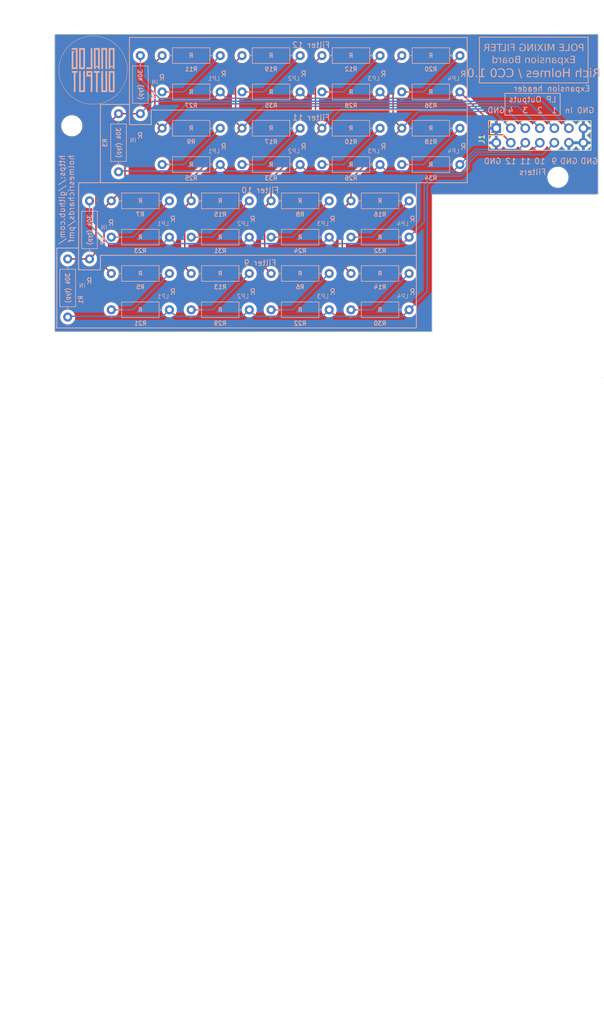
<source format=kicad_pcb>
(kicad_pcb (version 20221018) (generator pcbnew)
  (layers (0 "F.Cu" signal) (31 "B.Cu" signal) (34 "B.Paste" user) (35 "F.Paste" user) (36 "B.SilkS" user "B.Silkscreen") (37 "F.SilkS" user "F.Silkscreen") (38 "B.Mask" user) (39 "F.Mask" user) (44 "Edge.Cuts" user))
  (net 0 "")
  (net 1 "GND")
  (net 2 "LP1")
  (net 3 "LP2")
  (net 4 "LP3")
  (net 5 "LP4")
  (net 6 "INPUT")
  (net 7 "Net-(R21-Pad1)")
  (net 8 "Net-(R22-Pad1)")
  (net 9 "Net-(R23-Pad1)")
  (net 10 "Net-(R24-Pad1)")
  (net 11 "LINK1")
  (net 12 "LINK2")
  (net 13 "LINK3")
  (net 14 "LINK4")
  (net 15 "Net-(R25-Pad1)")
  (net 16 "Net-(R10-Pad2)")
  (net 17 "Net-(R11-Pad2)")
  (net 18 "Net-(R12-Pad2)")
  (net 19 "Net-(R13-Pad2)")
  (net 20 "Net-(R14-Pad2)")
  (net 21 "Net-(R15-Pad2)")
  (net 22 "Net-(R16-Pad2)")
  (net 23 "Net-(R17-Pad2)")
  (net 24 "Net-(R18-Pad2)")
  (net 25 "Net-(R19-Pad2)")
  (net 26 "Net-(R20-Pad2)")
  (footprint "Connector_PinSocket_2.54mm:PinSocket_2x07_P2.54mm_Vertical" (layer "F.Cu") (at 129.21 31.42 90)
    (fp_text reference "J1" (at -1.905 -2.54 90) (layer "F.SilkS"))
    (fp_text value "Conn_02x07_Odd_Even")
    (pad "1" thru_hole rect (at 0 0 90) (size 1.7 1.7) (drill 1) (layers "*.Cu" "*.Mask") (net 1 "GND"))
    (pad "2" thru_hole oval (at -2.54 0 90) (size 1.7 1.7) (drill 1) (layers "*.Cu" "*.Mask") (net 1 "GND"))
    (pad "3" thru_hole oval (at 0 2.54 90) (size 1.7 1.7) (drill 1) (layers "*.Cu" "*.Mask") (net 5 "LP4"))
    (pad "4" thru_hole oval (at -2.54 2.54 90) (size 1.7 1.7) (drill 1) (layers "*.Cu" "*.Mask") (net 14 "LINK4"))
    (pad "5" thru_hole oval (at 0 5.08 90) (size 1.7 1.7) (drill 1) (layers "*.Cu" "*.Mask") (net 4 "LP3"))
    (pad "6" thru_hole oval (at -2.54 5.08 90) (size 1.7 1.7) (drill 1) (layers "*.Cu" "*.Mask") (net 13 "LINK3"))
    (pad "7" thru_hole oval (at 0 7.62 90) (size 1.7 1.7) (drill 1) (layers "*.Cu" "*.Mask") (net 3 "LP2"))
    (pad "8" thru_hole oval (at -2.54 7.62 90) (size 1.7 1.7) (drill 1) (layers "*.Cu" "*.Mask") (net 12 "LINK2"))
    (pad "9" thru_hole oval (at 0 10.16 90) (size 1.7 1.7) (drill 1) (layers "*.Cu" "*.Mask") (net 2 "LP1"))
    (pad "10" thru_hole oval (at -2.54 10.16 90) (size 1.7 1.7) (drill 1) (layers "*.Cu" "*.Mask") (net 11 "LINK1"))
    (pad "11" thru_hole oval (at 0 12.7 90) (size 1.7 1.7) (drill 1) (layers "*.Cu" "*.Mask") (net 6 "INPUT"))
    (pad "12" thru_hole oval (at -2.54 12.7 90) (size 1.7 1.7) (drill 1) (layers "*.Cu" "*.Mask") (net 1 "GND"))
    (pad "13" thru_hole oval (at 0 15.24 90) (size 1.7 1.7) (drill 1) (layers "*.Cu" "*.Mask") (net 1 "GND"))
    (pad "14" thru_hole oval (at -2.54 15.24 90) (size 1.7 1.7) (drill 1) (layers "*.Cu" "*.Mask") (net 1 "GND"))
  )
  (footprint "ao_tht:MountingHole_3.2mm_M3" (layer "F.Cu") (at 140 40)
    (fp_text reference "H2" hide)
    (fp_text value "MountingHole")
    (pad "" np_thru_hole circle (at 0 0) (size 3.2 3.2) (drill 3.2) (layers "*.Cu" "*.Mask"))
  )
  (footprint "ao_tht:MountingHole_3.2mm_M3" (layer "F.Cu") (at 55 31)
    (fp_text reference "H1" hide)
    (fp_text value "MountingHole")
    (pad "" np_thru_hole circle (at 0 0) (size 3.2 3.2) (drill 3.2) (layers "*.Cu" "*.Mask"))
  )
  (footprint "ao_tht:R_Axial_DIN0207_L6.3mm_D2.5mm_P10.16mm_Horizontal" (layer "B.Cu") (at 70.79 25.07)
    (fp_text reference "R27" (at 5.08 2.37) (layer "B.SilkS") (effects (font (size 0.75 0.75)) (justify mirror)))
    (fp_text value "R")
    (fp_text user "${VALUE}" (at 5.08 0) (layer "B.SilkS") (effects (font (size 0.75 0.75)) (justify mirror)))
    (pad "1" thru_hole circle (at 0 0) (size 1.6 1.6) (drill 0.8) (layers "*.Cu" "*.Mask") (net 17 "Net-(R11-Pad2)"))
    (pad "2" thru_hole oval (at 10.16 0) (size 1.6 1.6) (drill 0.8) (layers "*.Cu" "*.Mask") (net 14 "LINK4"))
  )
  (footprint "ao_tht:R_Axial_DIN0207_L6.3mm_D2.5mm_P10.16mm_Horizontal" (layer "B.Cu") (at 89.84 50.47)
    (fp_text reference "R24" (at 5.08 2.37 180) (layer "B.SilkS") (effects (font (size 0.75 0.75)) (justify mirror)))
    (fp_text value "R")
    (fp_text user "${VALUE}" (at 5.08 0 180) (layer "B.SilkS") (effects (font (size 0.75 0.75)) (justify mirror)))
    (pad "1" thru_hole circle (at 0 0) (size 1.6 1.6) (drill 0.8) (layers "*.Cu" "*.Mask") (net 10 "Net-(R24-Pad1)"))
    (pad "2" thru_hole oval (at 10.16 0) (size 1.6 1.6) (drill 0.8) (layers "*.Cu" "*.Mask") (net 12 "LINK2"))
  )
  (footprint "ao_tht:R_Axial_DIN0207_L6.3mm_D2.5mm_P10.16mm_Horizontal" (layer "B.Cu") (at 89.84 44.12)
    (fp_text reference "R8" (at 5.08 2.37 180) (layer "B.SilkS") (effects (font (size 0.75 0.75)) (justify mirror)))
    (fp_text value "R")
    (fp_text user "${VALUE}" (at 5.08 0 180) (layer "B.SilkS") (effects (font (size 0.75 0.75)) (justify mirror)))
    (pad "1" thru_hole circle (at 0 0) (size 1.6 1.6) (drill 0.8) (layers "*.Cu" "*.Mask") (net 4 "LP3"))
    (pad "2" thru_hole oval (at 10.16 0) (size 1.6 1.6) (drill 0.8) (layers "*.Cu" "*.Mask") (net 10 "Net-(R24-Pad1)"))
  )
  (footprint "ao_tht:R_Axial_DIN0207_L6.3mm_D2.5mm_P10.16mm_Horizontal" (layer "B.Cu") (at 75.87 50.47)
    (fp_text reference "R31" (at 5.08 2.37 180) (layer "B.SilkS") (effects (font (size 0.75 0.75)) (justify mirror)))
    (fp_text value "R")
    (fp_text user "${VALUE}" (at 5.08 0 180) (layer "B.SilkS") (effects (font (size 0.75 0.75)) (justify mirror)))
    (pad "1" thru_hole circle (at 0 0) (size 1.6 1.6) (drill 0.8) (layers "*.Cu" "*.Mask") (net 21 "Net-(R15-Pad2)"))
    (pad "2" thru_hole oval (at 10.16 0) (size 1.6 1.6) (drill 0.8) (layers "*.Cu" "*.Mask") (net 12 "LINK2"))
  )
  (footprint "ao_tht:R_Axial_DIN0207_L6.3mm_D2.5mm_P10.16mm_Horizontal" (layer "B.Cu") (at 75.87 56.82)
    (fp_text reference "R13" (at 5.08 2.37 180) (layer "B.SilkS") (effects (font (size 0.75 0.75)) (justify mirror)))
    (fp_text value "R")
    (fp_text user "${VALUE}" (at 5.08 0 180) (layer "B.SilkS") (effects (font (size 0.75 0.75)) (justify mirror)))
    (pad "1" thru_hole circle (at 0 0) (size 1.6 1.6) (drill 0.8) (layers "*.Cu" "*.Mask") (net 3 "LP2"))
    (pad "2" thru_hole oval (at 10.16 0) (size 1.6 1.6) (drill 0.8) (layers "*.Cu" "*.Mask") (net 19 "Net-(R13-Pad2)"))
  )
  (footprint "ao_tht:R_Axial_DIN0207_L6.3mm_D2.5mm_P10.16mm_Horizontal" (layer "B.Cu") (at 89.84 63.17)
    (fp_text reference "R22" (at 5.08 2.37 180) (layer "B.SilkS") (effects (font (size 0.75 0.75)) (justify mirror)))
    (fp_text value "R")
    (fp_text user "${VALUE}" (at 5.08 0 180) (layer "B.SilkS") (effects (font (size 0.75 0.75)) (justify mirror)))
    (pad "1" thru_hole circle (at 0 0) (size 1.6 1.6) (drill 0.8) (layers "*.Cu" "*.Mask") (net 8 "Net-(R22-Pad1)"))
    (pad "2" thru_hole oval (at 10.16 0) (size 1.6 1.6) (drill 0.8) (layers "*.Cu" "*.Mask") (net 11 "LINK1"))
  )
  (footprint "ao_tht:R_Axial_DIN0207_L6.3mm_D2.5mm_P10.16mm_Horizontal" (layer "B.Cu") (at 63.17 28.88 -90)
    (fp_text reference "R3" (at 5.08 2.37 90) (layer "B.SilkS") (effects (font (size 0.75 0.75)) (justify mirror)))
    (fp_text value "30k (typ)")
    (fp_text user "${VALUE}" (at 5.08 0 90) (layer "B.SilkS") (effects (font (size 0.75 0.75)) (justify mirror)))
    (pad "1" thru_hole circle (at 0 0 270) (size 1.6 1.6) (drill 0.8) (layers "*.Cu" "*.Mask") (net 6 "INPUT"))
    (pad "2" thru_hole oval (at 10.16 0 270) (size 1.6 1.6) (drill 0.8) (layers "*.Cu" "*.Mask") (net 13 "LINK3"))
  )
  (footprint "ao_tht:R_Axial_DIN0207_L6.3mm_D2.5mm_P10.16mm_Horizontal" (layer "B.Cu") (at 66.98 28.88 90)
    (fp_text reference "R4" (at 3.175 2.37 90) (layer "B.SilkS") (effects (font (size 0.75 0.75)) (justify mirror)))
    (fp_text value "30k (typ)")
    (fp_text user "${VALUE}" (at 5.08 0 90) (layer "B.SilkS") (effects (font (size 0.75 0.75)) (justify mirror)))
    (pad "1" thru_hole circle (at 0 0 90) (size 1.6 1.6) (drill 0.8) (layers "*.Cu" "*.Mask") (net 6 "INPUT"))
    (pad "2" thru_hole oval (at 10.16 0 90) (size 1.6 1.6) (drill 0.8) (layers "*.Cu" "*.Mask") (net 14 "LINK4"))
  )
  (footprint "ao_tht:R_Axial_DIN0207_L6.3mm_D2.5mm_P10.16mm_Horizontal" (layer "B.Cu") (at 112.7 18.72)
    (fp_text reference "R20" (at 5.08 2.37) (layer "B.SilkS") (effects (font (size 0.75 0.75)) (justify mirror)))
    (fp_text value "R")
    (fp_text user "${VALUE}" (at 5.08 0) (layer "B.SilkS") (effects (font (size 0.75 0.75)) (justify mirror)))
    (pad "1" thru_hole circle (at 0 0) (size 1.6 1.6) (drill 0.8) (layers "*.Cu" "*.Mask") (net 5 "LP4"))
    (pad "2" thru_hole oval (at 10.16 0) (size 1.6 1.6) (drill 0.8) (layers "*.Cu" "*.Mask") (net 26 "Net-(R20-Pad2)"))
  )
  (footprint "ao_tht:R_Axial_DIN0207_L6.3mm_D2.5mm_P10.16mm_Horizontal" (layer "B.Cu") (at 75.87 63.17)
    (fp_text reference "R29" (at 5.08 2.37 180) (layer "B.SilkS") (effects (font (size 0.75 0.75)) (justify mirror)))
    (fp_text value "R")
    (fp_text user "${VALUE}" (at 5.08 0 180) (layer "B.SilkS") (effects (font (size 0.75 0.75)) (justify mirror)))
    (pad "1" thru_hole circle (at 0 0) (size 1.6 1.6) (drill 0.8) (layers "*.Cu" "*.Mask") (net 19 "Net-(R13-Pad2)"))
    (pad "2" thru_hole oval (at 10.16 0) (size 1.6 1.6) (drill 0.8) (layers "*.Cu" "*.Mask") (net 11 "LINK1"))
  )
  (footprint "ao_tht:R_Axial_DIN0207_L6.3mm_D2.5mm_P10.16mm_Horizontal" (layer "B.Cu") (at 84.76 37.77)
    (fp_text reference "R33" (at 5.08 2.37) (layer "B.SilkS") (effects (font (size 0.75 0.75)) (justify mirror)))
    (fp_text value "R")
    (fp_text user "${VALUE}" (at 5.08 0) (layer "B.SilkS") (effects (font (size 0.75 0.75)) (justify mirror)))
    (pad "1" thru_hole circle (at 0 0) (size 1.6 1.6) (drill 0.8) (layers "*.Cu" "*.Mask") (net 23 "Net-(R17-Pad2)"))
    (pad "2" thru_hole oval (at 10.16 0) (size 1.6 1.6) (drill 0.8) (layers "*.Cu" "*.Mask") (net 13 "LINK3"))
  )
  (footprint "ao_tht:R_Axial_DIN0207_L6.3mm_D2.5mm_P10.16mm_Horizontal" (layer "B.Cu") (at 84.76 18.72)
    (fp_text reference "R19" (at 5.08 2.37) (layer "B.SilkS") (effects (font (size 0.75 0.75)) (justify mirror)))
    (fp_text value "R")
    (fp_text user "${VALUE}" (at 5.08 0) (layer "B.SilkS") (effects (font (size 0.75 0.75)) (justify mirror)))
    (pad "1" thru_hole circle (at 0 0) (size 1.6 1.6) (drill 0.8) (layers "*.Cu" "*.Mask") (net 3 "LP2"))
    (pad "2" thru_hole oval (at 10.16 0) (size 1.6 1.6) (drill 0.8) (layers "*.Cu" "*.Mask") (net 25 "Net-(R19-Pad2)"))
  )
  (footprint "ao_tht:R_Axial_DIN0207_L6.3mm_D2.5mm_P10.16mm_Horizontal" (layer "B.Cu") (at 70.79 18.72)
    (fp_text reference "R11" (at 5.08 2.37) (layer "B.SilkS") (effects (font (size 0.75 0.75)) (justify mirror)))
    (fp_text value "R")
    (fp_text user "${VALUE}" (at 5.08 0) (layer "B.SilkS") (effects (font (size 0.75 0.75)) (justify mirror)))
    (pad "1" thru_hole circle (at 0 0) (size 1.6 1.6) (drill 0.8) (layers "*.Cu" "*.Mask") (net 2 "LP1"))
    (pad "2" thru_hole oval (at 10.16 0) (size 1.6 1.6) (drill 0.8) (layers "*.Cu" "*.Mask") (net 17 "Net-(R11-Pad2)"))
  )
  (footprint "ao_tht:R_Axial_DIN0207_L6.3mm_D2.5mm_P10.16mm_Horizontal" (layer "B.Cu") (at 112.7 31.42)
    (fp_text reference "R18" (at 5.08 2.37) (layer "B.SilkS") (effects (font (size 0.75 0.75)) (justify mirror)))
    (fp_text value "R")
    (fp_text user "${VALUE}" (at 5.08 0) (layer "B.SilkS") (effects (font (size 0.75 0.75)) (justify mirror)))
    (pad "1" thru_hole circle (at 0 0) (size 1.6 1.6) (drill 0.8) (layers "*.Cu" "*.Mask") (net 5 "LP4"))
    (pad "2" thru_hole oval (at 10.16 0) (size 1.6 1.6) (drill 0.8) (layers "*.Cu" "*.Mask") (net 24 "Net-(R18-Pad2)"))
  )
  (footprint "ao_tht:R_Axial_DIN0207_L6.3mm_D2.5mm_P10.16mm_Horizontal" (layer "B.Cu") (at 75.87 44.12)
    (fp_text reference "R15" (at 5.08 2.37 180) (layer "B.SilkS") (effects (font (size 0.75 0.75)) (justify mirror)))
    (fp_text value "R")
    (fp_text user "${VALUE}" (at 5.08 0 180) (layer "B.SilkS") (effects (font (size 0.75 0.75)) (justify mirror)))
    (pad "1" thru_hole circle (at 0 0) (size 1.6 1.6) (drill 0.8) (layers "*.Cu" "*.Mask") (net 3 "LP2"))
    (pad "2" thru_hole oval (at 10.16 0) (size 1.6 1.6) (drill 0.8) (layers "*.Cu" "*.Mask") (net 21 "Net-(R15-Pad2)"))
  )
  (footprint "ao_tht:R_Axial_DIN0207_L6.3mm_D2.5mm_P10.16mm_Horizontal" (layer "B.Cu") (at 98.73 31.42)
    (fp_text reference "R10" (at 5.08 2.37) (layer "B.SilkS") (effects (font (size 0.75 0.75)) (justify mirror)))
    (fp_text value "R")
    (fp_text user "${VALUE}" (at 5.08 0) (layer "B.SilkS") (effects (font (size 0.75 0.75)) (justify mirror)))
    (pad "1" thru_hole circle (at 0 0) (size 1.6 1.6) (drill 0.8) (layers "*.Cu" "*.Mask") (net 4 "LP3"))
    (pad "2" thru_hole oval (at 10.16 0) (size 1.6 1.6) (drill 0.8) (layers "*.Cu" "*.Mask") (net 16 "Net-(R10-Pad2)"))
  )
  (footprint "ao_tht:R_Axial_DIN0207_L6.3mm_D2.5mm_P10.16mm_Horizontal" (layer "B.Cu") (at 98.73 18.72)
    (fp_text reference "R12" (at 5.08 2.37) (layer "B.SilkS") (effects (font (size 0.75 0.75)) (justify mirror)))
    (fp_text value "R")
    (fp_text user "${VALUE}" (at 5.08 0) (layer "B.SilkS") (effects (font (size 0.75 0.75)) (justify mirror)))
    (pad "1" thru_hole circle (at 0 0) (size 1.6 1.6) (drill 0.8) (layers "*.Cu" "*.Mask") (net 4 "LP3"))
    (pad "2" thru_hole oval (at 10.16 0) (size 1.6 1.6) (drill 0.8) (layers "*.Cu" "*.Mask") (net 18 "Net-(R12-Pad2)"))
  )
  (footprint "ao_tht:R_Axial_DIN0207_L6.3mm_D2.5mm_P10.16mm_Horizontal" (layer "B.Cu") (at 54.28 54.28 -90)
    (fp_text reference "R1" (at 7.112 -2.286 90) (layer "B.SilkS") (effects (font (size 0.75 0.75)) (justify mirror)))
    (fp_text value "30k (typ)")
    (fp_text user "${VALUE}" (at 5.08 0 90) (layer "B.SilkS") (effects (font (size 0.75 0.75)) (justify mirror)))
    (pad "1" thru_hole circle (at 0 0 270) (size 1.6 1.6) (drill 0.8) (layers "*.Cu" "*.Mask") (net 6 "INPUT"))
    (pad "2" thru_hole oval (at 10.16 0 270) (size 1.6 1.6) (drill 0.8) (layers "*.Cu" "*.Mask") (net 11 "LINK1"))
  )
  (footprint "ao_tht:R_Axial_DIN0207_L6.3mm_D2.5mm_P10.16mm_Horizontal" (layer "B.Cu") (at 103.81 56.82)
    (fp_text reference "R14" (at 5.08 2.37 180) (layer "B.SilkS") (effects (font (size 0.75 0.75)) (justify mirror)))
    (fp_text value "R")
    (fp_text user "${VALUE}" (at 5.08 0 180) (layer "B.SilkS") (effects (font (size 0.75 0.75)) (justify mirror)))
    (pad "1" thru_hole circle (at 0 0) (size 1.6 1.6) (drill 0.8) (layers "*.Cu" "*.Mask") (net 5 "LP4"))
    (pad "2" thru_hole oval (at 10.16 0) (size 1.6 1.6) (drill 0.8) (layers "*.Cu" "*.Mask") (net 20 "Net-(R14-Pad2)"))
  )
  (footprint "ao_tht:R_Axial_DIN0207_L6.3mm_D2.5mm_P10.16mm_Horizontal" (layer "B.Cu") (at 61.9 44.12)
    (fp_text reference "R7" (at 5.08 2.37 180) (layer "B.SilkS") (effects (font (size 0.75 0.75)) (justify mirror)))
    (fp_text value "R")
    (fp_text user "${VALUE}" (at 5.08 0 180) (layer "B.SilkS") (effects (font (size 0.75 0.75)) (justify mirror)))
    (pad "1" thru_hole circle (at 0 0) (size 1.6 1.6) (drill 0.8) (layers "*.Cu" "*.Mask") (net 2 "LP1"))
    (pad "2" thru_hole oval (at 10.16 0) (size 1.6 1.6) (drill 0.8) (layers "*.Cu" "*.Mask") (net 9 "Net-(R23-Pad1)"))
  )
  (footprint "ao_tht:R_Axial_DIN0207_L6.3mm_D2.5mm_P10.16mm_Horizontal" (layer "B.Cu") (at 84.76 31.42)
    (fp_text reference "R17" (at 5.08 2.37) (layer "B.SilkS") (effects (font (size 0.75 0.75)) (justify mirror)))
    (fp_text value "R")
    (fp_text user "${VALUE}" (at 5.08 0) (layer "B.SilkS") (effects (font (size 0.75 0.75)) (justify mirror)))
    (pad "1" thru_hole circle (at 0 0) (size 1.6 1.6) (drill 0.8) (layers "*.Cu" "*.Mask") (net 3 "LP2"))
    (pad "2" thru_hole oval (at 10.16 0) (size 1.6 1.6) (drill 0.8) (layers "*.Cu" "*.Mask") (net 23 "Net-(R17-Pad2)"))
  )
  (footprint "ao_tht:R_Axial_DIN0207_L6.3mm_D2.5mm_P10.16mm_Horizontal" (layer "B.Cu") (at 103.81 63.17)
    (fp_text reference "R30" (at 5.08 2.37 180) (layer "B.SilkS") (effects (font (size 0.75 0.75)) (justify mirror)))
    (fp_text value "R")
    (fp_text user "${VALUE}" (at 5.08 0 180) (layer "B.SilkS") (effects (font (size 0.75 0.75)) (justify mirror)))
    (pad "1" thru_hole circle (at 0 0) (size 1.6 1.6) (drill 0.8) (layers "*.Cu" "*.Mask") (net 20 "Net-(R14-Pad2)"))
    (pad "2" thru_hole oval (at 10.16 0) (size 1.6 1.6) (drill 0.8) (layers "*.Cu" "*.Mask") (net 11 "LINK1"))
  )
  (footprint "ao_tht:R_Axial_DIN0207_L6.3mm_D2.5mm_P10.16mm_Horizontal" (layer "B.Cu") (at 61.9 56.82)
    (fp_text reference "R5" (at 5.08 2.37 180) (layer "B.SilkS") (effects (font (size 0.75 0.75)) (justify mirror)))
    (fp_text value "R")
    (fp_text user "${VALUE}" (at 5.08 0 180) (layer "B.SilkS") (effects (font (size 0.75 0.75)) (justify mirror)))
    (pad "1" thru_hole circle (at 0 0) (size 1.6 1.6) (drill 0.8) (layers "*.Cu" "*.Mask") (net 2 "LP1"))
    (pad "2" thru_hole oval (at 10.16 0) (size 1.6 1.6) (drill 0.8) (layers "*.Cu" "*.Mask") (net 7 "Net-(R21-Pad1)"))
  )
  (footprint "ao_tht:R_Axial_DIN0207_L6.3mm_D2.5mm_P10.16mm_Horizontal" (layer "B.Cu") (at 112.7 37.77)
    (fp_text reference "R34" (at 5.08 2.37) (layer "B.SilkS") (effects (font (size 0.75 0.75)) (justify mirror)))
    (fp_text value "R")
    (fp_text user "${VALUE}" (at 5.08 0) (layer "B.SilkS") (effects (font (size 0.75 0.75)) (justify mirror)))
    (pad "1" thru_hole circle (at 0 0) (size 1.6 1.6) (drill 0.8) (layers "*.Cu" "*.Mask") (net 24 "Net-(R18-Pad2)"))
    (pad "2" thru_hole oval (at 10.16 0) (size 1.6 1.6) (drill 0.8) (layers "*.Cu" "*.Mask") (net 13 "LINK3"))
  )
  (footprint "ao_tht:R_Axial_DIN0207_L6.3mm_D2.5mm_P10.16mm_Horizontal" (layer "B.Cu") (at 58.09 54.28 90)
    (fp_text reference "R2" (at 3.175 2.37 90) (layer "B.SilkS") (effects (font (size 0.75 0.75)) (justify mirror)))
    (fp_text value "30k (typ)")
    (fp_text user "${VALUE}" (at 5.08 0 90) (layer "B.SilkS") (effects (font (size 0.75 0.75)) (justify mirror)))
    (pad "1" thru_hole circle (at 0 0 90) (size 1.6 1.6) (drill 0.8) (layers "*.Cu" "*.Mask") (net 6 "INPUT"))
    (pad "2" thru_hole oval (at 10.16 0 90) (size 1.6 1.6) (drill 0.8) (layers "*.Cu" "*.Mask") (net 12 "LINK2"))
  )
  (footprint "ao_tht:R_Axial_DIN0207_L6.3mm_D2.5mm_P10.16mm_Horizontal" (layer "B.Cu") (at 98.73 37.77)
    (fp_text reference "R26" (at 5.08 2.37) (layer "B.SilkS") (effects (font (size 0.75 0.75)) (justify mirror)))
    (fp_text value "R")
    (fp_text user "${VALUE}" (at 5.08 0) (layer "B.SilkS") (effects (font (size 0.75 0.75)) (justify mirror)))
    (pad "1" thru_hole circle (at 0 0) (size 1.6 1.6) (drill 0.8) (layers "*.Cu" "*.Mask") (net 16 "Net-(R10-Pad2)"))
    (pad "2" thru_hole oval (at 10.16 0) (size 1.6 1.6) (drill 0.8) (layers "*.Cu" "*.Mask") (net 13 "LINK3"))
  )
  (footprint "ao_tht:R_Axial_DIN0207_L6.3mm_D2.5mm_P10.16mm_Horizontal" (layer "B.Cu") (at 70.79 31.42)
    (fp_text reference "R9" (at 5.08 2.37) (layer "B.SilkS") (effects (font (size 0.75 0.75)) (justify mirror)))
    (fp_text value "R")
    (fp_text user "${VALUE}" (at 5.08 0) (layer "B.SilkS") (effects (font (size 0.75 0.75)) (justify mirror)))
    (pad "1" thru_hole circle (at 0 0) (size 1.6 1.6) (drill 0.8) (layers "*.Cu" "*.Mask") (net 2 "LP1"))
    (pad "2" thru_hole oval (at 10.16 0) (size 1.6 1.6) (drill 0.8) (layers "*.Cu" "*.Mask") (net 15 "Net-(R25-Pad1)"))
  )
  (footprint "ao_tht:R_Axial_DIN0207_L6.3mm_D2.5mm_P10.16mm_Horizontal" (layer "B.Cu") (at 89.84 56.82)
    (fp_text reference "R6" (at 5.08 2.37 180) (layer "B.SilkS") (effects (font (size 0.75 0.75)) (justify mirror)))
    (fp_text value "R")
    (fp_text user "${VALUE}" (at 5.08 0 180) (layer "B.SilkS") (effects (font (size 0.75 0.75)) (justify mirror)))
    (pad "1" thru_hole circle (at 0 0) (size 1.6 1.6) (drill 0.8) (layers "*.Cu" "*.Mask") (net 4 "LP3"))
    (pad "2" thru_hole oval (at 10.16 0) (size 1.6 1.6) (drill 0.8) (layers "*.Cu" "*.Mask") (net 8 "Net-(R22-Pad1)"))
  )
  (footprint "ao_tht:R_Axial_DIN0207_L6.3mm_D2.5mm_P10.16mm_Horizontal" (layer "B.Cu") (at 70.79 37.77)
    (fp_text reference "R25" (at 5.08 2.37) (layer "B.SilkS") (effects (font (size 0.75 0.75)) (justify mirror)))
    (fp_text value "R")
    (fp_text user "${VALUE}" (at 5.08 0) (layer "B.SilkS") (effects (font (size 0.75 0.75)) (justify mirror)))
    (pad "1" thru_hole circle (at 0 0) (size 1.6 1.6) (drill 0.8) (layers "*.Cu" "*.Mask") (net 15 "Net-(R25-Pad1)"))
    (pad "2" thru_hole oval (at 10.16 0) (size 1.6 1.6) (drill 0.8) (layers "*.Cu" "*.Mask") (net 13 "LINK3"))
  )
  (footprint "ao_tht:R_Axial_DIN0207_L6.3mm_D2.5mm_P10.16mm_Horizontal" (layer "B.Cu") (at 61.9 63.17)
    (fp_text reference "R21" (at 5.08 2.37 180) (layer "B.SilkS") (effects (font (size 0.75 0.75)) (justify mirror)))
    (fp_text value "R")
    (fp_text user "${VALUE}" (at 5.08 0 180) (layer "B.SilkS") (effects (font (size 0.75 0.75)) (justify mirror)))
    (pad "1" thru_hole circle (at 0 0) (size 1.6 1.6) (drill 0.8) (layers "*.Cu" "*.Mask") (net 7 "Net-(R21-Pad1)"))
    (pad "2" thru_hole oval (at 10.16 0) (size 1.6 1.6) (drill 0.8) (layers "*.Cu" "*.Mask") (net 11 "LINK1"))
  )
  (footprint "ao_tht:R_Axial_DIN0207_L6.3mm_D2.5mm_P10.16mm_Horizontal" (layer "B.Cu") (at 98.73 25.07)
    (fp_text reference "R28" (at 5.08 2.37) (layer "B.SilkS") (effects (font (size 0.75 0.75)) (justify mirror)))
    (fp_text value "R")
    (fp_text user "${VALUE}" (at 5.08 0) (layer "B.SilkS") (effects (font (size 0.75 0.75)) (justify mirror)))
    (pad "1" thru_hole circle (at 0 0) (size 1.6 1.6) (drill 0.8) (layers "*.Cu" "*.Mask") (net 18 "Net-(R12-Pad2)"))
    (pad "2" thru_hole oval (at 10.16 0) (size 1.6 1.6) (drill 0.8) (layers "*.Cu" "*.Mask") (net 14 "LINK4"))
  )
  (footprint "ao_tht:analogoutput_12mm" (layer "B.Cu") (at 58.725 21.25 180)
    (fp_text reference "GRAF1" hide)
    (fp_text value "AO_logo" hide)
  )
  (footprint "ao_tht:R_Axial_DIN0207_L6.3mm_D2.5mm_P10.16mm_Horizontal" (layer "B.Cu") (at 61.9 50.47)
    (fp_text reference "R23" (at 5.08 2.37 180) (layer "B.SilkS") (effects (font (size 0.75 0.75)) (justify mirror)))
    (fp_text value "R")
    (fp_text user "${VALUE}" (at 5.08 0 180) (layer "B.SilkS") (effects (font (size 0.75 0.75)) (justify mirror)))
    (pad "1" thru_hole circle (at 0 0) (size 1.6 1.6) (drill 0.8) (layers "*.Cu" "*.Mask") (net 9 "Net-(R23-Pad1)"))
    (pad "2" thru_hole oval (at 10.16 0) (size 1.6 1.6) (drill 0.8) (layers "*.Cu" "*.Mask") (net 12 "LINK2"))
  )
  (footprint "ao_tht:R_Axial_DIN0207_L6.3mm_D2.5mm_P10.16mm_Horizontal" (layer "B.Cu") (at 103.81 44.12)
    (fp_text reference "R16" (at 5.08 2.37 180) (layer "B.SilkS") (effects (font (size 0.75 0.75)) (justify mirror)))
    (fp_text value "R")
    (fp_text user "${VALUE}" (at 5.08 0 180) (layer "B.SilkS") (effects (font (size 0.75 0.75)) (justify mirror)))
    (pad "1" thru_hole circle (at 0 0) (size 1.6 1.6) (drill 0.8) (layers "*.Cu" "*.Mask") (net 5 "LP4"))
    (pad "2" thru_hole oval (at 10.16 0) (size 1.6 1.6) (drill 0.8) (layers "*.Cu" "*.Mask") (net 22 "Net-(R16-Pad2)"))
  )
  (footprint "ao_tht:R_Axial_DIN0207_L6.3mm_D2.5mm_P10.16mm_Horizontal" (layer "B.Cu") (at 112.7 25.07)
    (fp_text reference "R36" (at 5.08 2.37) (layer "B.SilkS") (effects (font (size 0.75 0.75)) (justify mirror)))
    (fp_text value "R")
    (fp_text user "${VALUE}" (at 5.08 0) (layer "B.SilkS") (effects (font (size 0.75 0.75)) (justify mirror)))
    (pad "1" thru_hole circle (at 0 0) (size 1.6 1.6) (drill 0.8) (layers "*.Cu" "*.Mask") (net 26 "Net-(R20-Pad2)"))
    (pad "2" thru_hole oval (at 10.16 0) (size 1.6 1.6) (drill 0.8) (layers "*.Cu" "*.Mask") (net 14 "LINK4"))
  )
  (footprint "ao_tht:R_Axial_DIN0207_L6.3mm_D2.5mm_P10.16mm_Horizontal" (layer "B.Cu") (at 103.81 50.47)
    (fp_text reference "R32" (at 5.08 2.37 180) (layer "B.SilkS") (effects (font (size 0.75 0.75)) (justify mirror)))
    (fp_text value "R")
    (fp_text user "${VALUE}" (at 5.08 0 180) (layer "B.SilkS") (effects (font (size 0.75 0.75)) (justify mirror)))
    (pad "1" thru_hole circle (at 0 0) (size 1.6 1.6) (drill 0.8) (layers "*.Cu" "*.Mask") (net 22 "Net-(R16-Pad2)"))
    (pad "2" thru_hole oval (at 10.16 0) (size 1.6 1.6) (drill 0.8) (layers "*.Cu" "*.Mask") (net 12 "LINK2"))
  )
  (footprint "ao_tht:R_Axial_DIN0207_L6.3mm_D2.5mm_P10.16mm_Horizontal" (layer "B.Cu") (at 84.76 25.07)
    (fp_text reference "R35" (at 5.08 2.37) (layer "B.SilkS") (effects (font (size 0.75 0.75)) (justify mirror)))
    (fp_text value "R")
    (fp_text user "${VALUE}" (at 5.08 0) (layer "B.SilkS") (effects (font (size 0.75 0.75)) (justify mirror)))
    (pad "1" thru_hole circle (at 0 0) (size 1.6 1.6) (drill 0.8) (layers "*.Cu" "*.Mask") (net 25 "Net-(R19-Pad2)"))
    (pad "2" thru_hole oval (at 10.16 0) (size 1.6 1.6) (drill 0.8) (layers "*.Cu" "*.Mask") (net 14 "LINK4"))
  )
  (gr_line (start 65.0375 27.25) (end 59.995 27.25) (stroke (width 0.15)) (layer "B.SilkS"))
  (gr_line (start 124.13 15.545) (end 65.075 15.545) (stroke (width 0.15)) (layer "B.SilkS"))
  (gr_line (start 56.185 52.375) (end 52.375 52.375) (stroke (width 0.15)) (layer "B.SilkS"))
  (gr_line (start 59.995 53.645) (end 59.995 56.185) (stroke (width 0.15)) (layer "B.SilkS"))
  (gr_line (start 68.885 28.245) (end 68.885 30.785) (stroke (width 0.15)) (layer "B.SilkS"))
  (gr_line (start 56.185 56.185) (end 56.185 52.375) (stroke (width 0.15)) (layer "B.SilkS"))
  (gr_line (start 59.995 56.185) (end 56.185 56.185) (stroke (width 0.15)) (layer "B.SilkS"))
  (gr_rect (start 130.734 25.324) (end 140.386 29.134) (stroke (width 0.15)) (fill none) (layer "B.SilkS"))
  (gr_line (start 65.075 30.785) (end 65.075 26.975) (stroke (width 0.15)) (layer "B.SilkS"))
  (gr_line (start 59.995 27.25) (end 59.995 40.945) (stroke (width 0.15)) (layer "B.SilkS"))
  (gr_line (start 115.24 53.645) (end 59.995 53.645) (stroke (width 0.15)) (layer "B.SilkS"))
  (gr_rect (start 126.27 15.5) (end 145.27 23.5) (stroke (width 0.15)) (fill none) (layer "B.SilkS"))
  (gr_line (start 116.51 40.945) (end 56.185 40.945) (stroke (width 0.15)) (layer "B.SilkS"))
  (gr_line (start 65.075 15.545) (end 65.075 26.975) (stroke (width 0.15)) (layer "B.SilkS"))
  (gr_line (start 59.995 40.945) (end 124.13 40.945) (stroke (width 0.15)) (layer "B.SilkS"))
  (gr_line (start 52.375 52.375) (end 52.375 66.345) (stroke (width 0.15)) (layer "B.SilkS"))
  (gr_line (start 56.185 40.945) (end 56.185 52.375) (stroke (width 0.15)) (layer "B.SilkS"))
  (gr_line (start 115.24 66.345) (end 115.24 40.945) (stroke (width 0.15)) (layer "B.SilkS"))
  (gr_line (start 124.13 40.945) (end 124.13 15.545) (stroke (width 0.15)) (layer "B.SilkS"))
  (gr_line (start 124.13 28.245) (end 68.885 28.245) (stroke (width 0.15)) (layer "B.SilkS"))
  (gr_line (start 52.375 66.345) (end 115.24 66.345) (stroke (width 0.15)) (layer "B.SilkS"))
  (gr_line (start 68.885 30.785) (end 65.075 30.785) (stroke (width 0.15)) (layer "B.SilkS"))
  (gr_line (start 118 43) (end 118 67) (stroke (width 0.1)) (layer "Edge.Cuts"))
  (gr_line (start 147.04 15) (end 147.04 43) (stroke (width 0.1)) (layer "Edge.Cuts"))
  (gr_line (start 148 75) (end 148 75) (stroke (width 0.1)) (layer "Edge.Cuts"))
  (gr_line (start 52 67) (end 52 15) (stroke (width 0.1)) (layer "Edge.Cuts"))
  (gr_line (start 148 75) (end 148 75) (stroke (width 0.1)) (layer "Edge.Cuts"))
  (gr_line (start 52 15) (end 147.04 15) (stroke (width 0.1)) (layer "Edge.Cuts"))
  (gr_line (start 147.04 43) (end 118 43) (stroke (width 0.1)) (layer "Edge.Cuts"))
  (gr_line (start 118 67) (end 52 67) (stroke (width 0.1)) (layer "Edge.Cuts"))
  (gr_text "GND" (at 144.831 28.88) (layer "B.SilkS") (effects (font (size 1 1)) (justify bottom mirror)))
  (gr_text "LP4" (at 122.86 35.865) (layer "B.SilkS") (effects (font (size 0.75 0.75) (thickness 0.1)) (justify left bottom mirror)))
  (gr_text "LP4" (at 122.86 23.165) (layer "B.SilkS") (effects (font (size 0.75 0.75) (thickness 0.1)) (justify left bottom mirror)))
  (gr_text "R" (at 100 47.93) (layer "B.SilkS") (effects (font (size 1 1)) (justify right bottom mirror)))
  (gr_text "9" (at 139.37 37.77) (layer "B.SilkS") (effects (font (size 1 1)) (justify bottom mirror)))
  (gr_text "1" (at 139.37 28.88) (layer "B.SilkS") (effects (font (size 1 1)) (justify bottom mirror)))
  (gr_text "R" (at 66.345 33.325) (layer "B.SilkS") (effects (font (size 1 1)) (justify right bottom mirror)))
  (gr_text "LP1" (at 80.95 23.165) (layer "B.SilkS") (effects (font (size 0.75 0.75) (thickness 0.1)) (justify left bottom mirror)))
  (gr_text "R" (at 86.03 60.63) (layer "B.SilkS") (effects (font (size 1 1)) (justify right bottom mirror)))
  (gr_text "GND" (at 129.21 28.88) (layer "B.SilkS") (effects (font (size 1 1)) (justify bottom mirror)))
  (gr_text "LP2" (at 94.92 23.165) (layer "B.SilkS") (effects (font (size 0.75 0.75) (thickness 0.1)) (justify left bottom mirror)))
  (gr_text "Filter 12" (at 96.825 17.45) (layer "B.SilkS") (effects (font (size 1 1)) (justify bottom mirror)))
  (gr_text "R" (at 72.06 47.93) (layer "B.SilkS") (effects (font (size 1 1)) (justify right bottom mirror)))
  (gr_text "R" (at 80.95 22.53) (layer "B.SilkS") (effects (font (size 1 1)) (justify right bottom mirror)))
  (gr_text "R" (at 122.86 35.23) (layer "B.SilkS") (effects (font (size 1 1)) (justify right bottom mirror)))
  (gr_text "IN" (at 61.265 49.2) (layer "B.SilkS") (effects (font (size 0.75 0.75) (thickness 0.1)) (justify left bottom mirror)))
  (gr_text "LP2" (at 86.03 61.265) (layer "B.SilkS") (effects (font (size 0.75 0.75) (thickness 0.1)) (justify left bottom mirror)))
  (gr_text "IN" (at 57.455 59.36) (layer "B.SilkS") (effects (font (size 0.75 0.75) (thickness 0.1)) (justify left bottom mirror)))
  (gr_text "LP3" (at 108.89 23.165) (layer "B.SilkS") (effects (font (size 0.75 0.75) (thickness 0.1)) (justify left bottom mirror)))
  (gr_text "Rich Holmes / CC0 1.0" (at 135.77 22.75) (layer "B.SilkS") (effects (font (size 1.5 1.5)) (justify bottom mirror)))
  (gr_text "IN" (at 66.345 33.96) (layer "B.SilkS") (effects (font (size 0.75 0.75) (thickness 0.1)) (justify left bottom mirror)))
  (gr_text "GND" (at 128.575 37.77) (layer "B.SilkS") (effects (font (size 1 1)) (justify bottom mirror)))
  (gr_text "LP2" (at 86.03 48.565) (layer "B.SilkS") (effects (font (size 0.75 0.75) (thickness 0.1)) (justify left bottom mirror)))
  (gr_text "R" (at 100 60.63) (layer "B.SilkS") (effects (font (size 1 1)) (justify right bottom mirror)))
  (gr_text "LP3" (at 108.89 35.865) (layer "B.SilkS") (effects (font (size 0.75 0.75) (thickness 0.1)) (justify left bottom mirror)))
  (gr_text "LP3" (at 100 48.565) (layer "B.SilkS") (effects (font (size 0.75 0.75) (thickness 0.1)) (justify left bottom mirror)))
  (gr_text "Filter 9" (at 87.935 55.55) (layer "B.SilkS") (effects (font (size 1 1)) (justify bottom mirror)))
  (gr_text "2" (at 136.83 28.88) (layer "B.SilkS") (effects (font (size 1 1)) (justify bottom mirror)))
  (gr_text "LP1" (at 72.06 61.265) (layer "B.SilkS") (effects (font (size 0.75 0.75) (thickness 0.1)) (justify left bottom mirror)))
  (gr_text "Filters" (at 135.56 39.675) (layer "B.SilkS") (effects (font (size 1 1)) (justify bottom mirror)))
  (gr_text "LP1" (at 72.06 48.565) (layer "B.SilkS") (effects (font (size 0.75 0.75) (thickness 0.1)) (justify left bottom mirror)))
  (gr_text "GND" (at 145.466 37.77) (layer "B.SilkS") (effects (font (size 1 1)) (justify bottom mirror)))
  (gr_text "10" (at 136.83 37.77) (layer "B.SilkS") (effects (font (size 1 1)) (justify bottom mirror)))
  (gr_text "POLE MIXING FILTER\nExpansion Board" (at 135.77 20.25) (layer "B.SilkS") (effects (font (size 1.25 1.25)) (justify bottom mirror)))
  (gr_text "LP2" (at 94.92 35.865) (layer "B.SilkS") (effects (font (size 0.75 0.75) (thickness 0.1)) (justify left bottom mirror)))
  (gr_text "GND" (at 141.91 37.77) (layer "B.SilkS") (effects (font (size 1 1)) (justify bottom mirror)))
  (gr_text "11" (at 134.29 37.77) (layer "B.SilkS") (effects (font (size 1 1)) (justify bottom mirror)))
  (gr_text "LP Outputs" (at 135.56 26.975) (layer "B.SilkS") (effects (font (size 1 1)) (justify bottom mirror)))
  (gr_text "R" (at 113.97 47.93) (layer "B.SilkS") (effects (font (size 1 1)) (justify right bottom mirror)))
  (gr_text "https://github.com/\nholmesrichards/pmf" (at 55.5 36 90) (layer "B.SilkS") (effects (font (size 1 1)) (justify left bottom mirror)))
  (gr_text "R" (at 57.455 58.725) (layer "B.SilkS") (effects (font (size 1 1)) (justify right bottom mirror)))
  (gr_text "R" (at 108.89 35.23) (layer "B.SilkS") (effects (font (size 1 1)) (justify right bottom mirror)))
  (gr_text "R" (at 61.265 48.565) (layer "B.SilkS") (effects (font (size 1 1)) (justify right bottom mirror)))
  (gr_text "LP4" (at 113.97 48.565) (layer "B.SilkS") (effects (font (size 0.75 0.75) (thickness 0.1)) (justify left bottom mirror)))
  (gr_text "LP1" (at 80.95 35.865) (layer "B.SilkS") (effects (font (size 0.75 0.75) (thickness 0.1)) (justify left bottom mirror)))
  (gr_text "R" (at 80.95 35.23) (layer "B.SilkS") (effects (font (size 1 1)) (justify right bottom mirror)))
  (gr_text "R" (at 113.97 60.63) (layer "B.SilkS") (effects (font (size 1 1)) (justify right bottom mirror)))
  (gr_text "LP3" (at 100 61.265) (layer "B.SilkS") (effects (font (size 0.75 0.75) (thickness 0.1)) (justify left bottom mirror)))
  (gr_text "In" (at 141.91 28.88) (layer "B.SilkS") (effects (font (size 1 1)) (justify bottom mirror)))
  (gr_text "R" (at 72.06 60.63) (layer "B.SilkS") (effects (font (size 1 1)) (justify right bottom mirror)))
  (gr_text "R" (at 122.86 22.53) (layer "B.SilkS") (effects (font (size 1 1)) (justify right bottom mirror)))
  (gr_text "R" (at 108.89 22.53) (layer "B.SilkS") (effects (font (size 1 1)) (justify right bottom mirror)))
  (gr_text "R" (at 94.92 22.53) (layer "B.SilkS") (effects (font (size 1 1)) (justify right bottom mirror)))
  (gr_text "LP4" (at 113.97 61.265) (layer "B.SilkS") (effects (font (size 0.75 0.75) (thickness 0.1)) (justify left bottom mirror)))
  (gr_text "12" (at 131.75 37.77) (layer "B.SilkS") (effects (font (size 1 1)) (justify bottom mirror)))
  (gr_text "IN" (at 70.155 23.8) (layer "B.SilkS") (effects (font (size 0.75 0.75) (thickness 0.1)) (justify left bottom mirror)))
  (gr_text "Filter 10" (at 87.935 42.85) (layer "B.SilkS") (effects (font (size 1 1)) (justify bottom mirror)))
  (gr_text "R" (at 70.155 23.165) (layer "B.SilkS") (effects (font (size 1 1)) (justify right bottom mirror)))
  (gr_text "Filter 11" (at 96.825 30.15) (layer "B.SilkS") (effects (font (size 1 1)) (justify bottom mirror)))
  (gr_text "R" (at 94.92 35.23) (layer "B.SilkS") (effects (font (size 1 1)) (justify right bottom mirror)))
  (gr_text "4" (at 131.75 28.88) (layer "B.SilkS") (effects (font (size 1 1)) (justify bottom mirror)))
  (gr_text "3" (at 134.29 28.88) (layer "B.SilkS") (effects (font (size 1 1)) (justify bottom mirror)))
  (gr_text "R" (at 86.03 47.93) (layer "B.SilkS") (effects (font (size 1 1)) (justify right bottom mirror)))
  (gr_text "Expansion header" (at 145.72 25.07) (layer "B.SilkS") (effects (font (size 1 1)) (justify left bottom mirror)))
  (segment (start 70.79 18.72) (end 69.52 19.99) (width 0.25) (layer "F.Cu") (net 2))
  (segment (start 61.9 44.12) (end 60.63 45.39) (width 0.25) (layer "F.Cu") (net 2))
  (segment (start 69.52 30.15) (end 70.79 31.42) (width 0.25) (layer "F.Cu") (net 2))
  (segment (start 60.63 55.55) (end 61.9 56.82) (width 0.25) (layer "F.Cu") (net 2))
  (segment (start 69.52 19.99) (end 69.52 30.15) (width 0.25) (layer "F.Cu") (net 2))
  (segment (start 64.295 37.915) (end 64.295 41.725) (width 0.25) (layer "F.Cu") (net 2))
  (segment (start 64.295 41.725) (end 61.9 44.12) (width 0.25) (layer "F.Cu") (net 2))
  (segment (start 70.79 31.42) (end 64.295 37.915) (width 0.25) (layer "F.Cu") (net 2))
  (segment (start 60.63 45.39) (end 60.63 55.55) (width 0.25) (layer "F.Cu") (net 2))
  (segment (start 75.059503 27.150497) (end 70.79 31.42) (width 0.25) (layer "B.Cu") (net 2))
  (segment (start 135.100497 27.150497) (end 75.059503 27.150497) (width 0.25) (layer "B.Cu") (net 2))
  (segment (start 139.37 31.42) (end 135.100497 27.150497) (width 0.25) (layer "B.Cu") (net 2))
  (segment (start 74.745 55.695) (end 75.87 56.82) (width 0.25) (layer "F.Cu") (net 3))
  (segment (start 75.87 40.31) (end 75.87 44.12) (width 0.25) (layer "F.Cu") (net 3))
  (segment (start 84.76 31.42) (end 75.87 40.31) (width 0.25) (layer "F.Cu") (net 3))
  (segment (start 74.745 45.245) (end 74.745 55.695) (width 0.25) (layer "F.Cu") (net 3))
  (segment (start 75.87 44.12) (end 74.745 45.245) (width 0.25) (layer "F.Cu") (net 3))
  (segment (start 83.635 19.845) (end 83.635 30.295) (width 0.25) (layer "F.Cu") (net 3))
  (segment (start 83.635 30.295) (end 84.76 31.42) (width 0.25) (layer "F.Cu") (net 3))
  (segment (start 84.76 18.72) (end 83.635 19.845) (width 0.25) (layer "F.Cu") (net 3))
  (segment (start 133.009998 27.599998) (end 88.580002 27.599998) (width 0.25) (layer "B.Cu") (net 3))
  (segment (start 88.580002 27.599998) (end 84.76 31.42) (width 0.25) (layer "B.Cu") (net 3))
  (segment (start 136.83 31.42) (end 133.009998 27.599998) (width 0.25) (layer "B.Cu") (net 3))
  (segment (start 97.605 30.295) (end 98.73 31.42) (width 0.25) (layer "F.Cu") (net 4))
  (segment (start 89.84 44.12) (end 88.715 45.245) (width 0.25) (layer "F.Cu") (net 4))
  (segment (start 88.715 45.245) (end 88.715 55.695) (width 0.25) (layer "F.Cu") (net 4))
  (segment (start 98.73 31.42) (end 89.84 40.31) (width 0.25) (layer "F.Cu") (net 4))
  (segment (start 98.73 18.72) (end 97.605 19.845) (width 0.25) (layer "F.Cu") (net 4))
  (segment (start 97.605 19.845) (end 97.605 30.295) (width 0.25) (layer "F.Cu") (net 4))
  (segment (start 89.84 40.31) (end 89.84 44.12) (width 0.25) (layer "F.Cu") (net 4))
  (segment (start 88.715 55.695) (end 89.84 56.82) (width 0.25) (layer "F.Cu") (net 4))
  (segment (start 134.29 31.42) (end 130.919499 28.049499) (width 0.25) (layer "B.Cu") (net 4))
  (segment (start 102.100501 28.049499) (end 98.73 31.42) (width 0.25) (layer "B.Cu") (net 4))
  (segment (start 130.919499 28.049499) (end 102.100501 28.049499) (width 0.25) (layer "B.Cu") (net 4))
  (segment (start 103.81 44.12) (end 102.286 45.644) (width 0.25) (layer "F.Cu") (net 5))
  (segment (start 112.7 18.72) (end 111.176 20.244) (width 0.25) (layer "F.Cu") (net 5))
  (segment (start 102.286 55.296) (end 103.81 56.82) (width 0.25) (layer "F.Cu") (net 5))
  (segment (start 111.176 29.896) (end 112.7 31.42) (width 0.25) (layer "F.Cu") (net 5))
  (segment (start 112.7 31.42) (end 103.81 40.31) (width 0.25) (layer "F.Cu") (net 5))
  (segment (start 111.176 20.244) (end 111.176 29.896) (width 0.25) (layer "F.Cu") (net 5))
  (segment (start 103.81 40.31) (end 103.81 44.12) (width 0.25) (layer "F.Cu") (net 5))
  (segment (start 102.286 45.644) (end 102.286 55.296) (width 0.25) (layer "F.Cu") (net 5))
  (segment (start 128.829 28.499) (end 115.621 28.499) (width 0.25) (layer "B.Cu") (net 5))
  (segment (start 131.75 31.42) (end 128.829 28.499) (width 0.25) (layer "B.Cu") (net 5))
  (segment (start 115.621 28.499) (end 112.7 31.42) (width 0.25) (layer "B.Cu") (net 5))
  (segment (start 58.09 54.28) (end 54.28 54.28) (width 0.25) (layer "F.Cu") (net 6))
  (segment (start 59.215 32.835) (end 59.215 53.155) (width 0.25) (layer "F.Cu") (net 6))
  (segment (start 59.215 53.155) (end 58.09 54.28) (width 0.25) (layer "F.Cu") (net 6))
  (segment (start 66.98 28.88) (end 63.17 28.88) (width 0.25) (layer "F.Cu") (net 6))
  (segment (start 63.17 28.88) (end 59.215 32.835) (width 0.25) (layer "F.Cu") (net 6))
  (segment (start 69.159004 26.700996) (end 66.98 28.88) (width 0.25) (layer "B.Cu") (net 6))
  (segment (start 137.190996 26.700996) (end 69.159004 26.700996) (width 0.25) (layer "B.Cu") (net 6))
  (segment (start 141.91 31.42) (end 137.190996 26.700996) (width 0.25) (layer "B.Cu") (net 6))
  (segment (start 65.71 63.17) (end 72.06 56.82) (width 0.25) (layer "B.Cu") (net 7))
  (segment (start 61.9 63.17) (end 65.71 63.17) (width 0.25) (layer "B.Cu") (net 7))
  (segment (start 93.65 63.17) (end 100 56.82) (width 0.25) (layer "B.Cu") (net 8))
  (segment (start 89.84 63.17) (end 93.65 63.17) (width 0.25) (layer "B.Cu") (net 8))
  (segment (start 65.71 50.47) (end 72.06 44.12) (width 0.25) (layer "B.Cu") (net 9))
  (segment (start 61.9 50.47) (end 65.71 50.47) (width 0.25) (layer "B.Cu") (net 9))
  (segment (start 93.65 50.47) (end 100 44.12) (width 0.25) (layer "B.Cu") (net 10))
  (segment (start 89.84 50.47) (end 93.65 50.47) (width 0.25) (layer "B.Cu") (net 10))
  (segment (start 100 63.17) (end 101.125 64.295) (width 0.25) (layer "B.Cu") (net 11))
  (segment (start 86.03 63.17) (end 87.155 64.295) (width 0.25) (layer "B.Cu") (net 11))
  (segment (start 137.295499 36.034501) (end 139.37 33.96) (width 0.25) (layer "B.Cu") (net 11))
  (segment (start 124.435 38.422387) (end 124.435 37.467791) (width 0.25) (layer "B.Cu") (net 11))
  (segment (start 70.935 64.295) (end 72.06 63.17) (width 0.25) (layer "B.Cu") (net 11))
  (segment (start 113.97 63.17) (end 117.145 59.995) (width 0.25) (layer "B.Cu") (net 11))
  (segment (start 87.155 64.295) (end 98.875 64.295) (width 0.25) (layer "B.Cu") (net 11))
  (segment (start 54.28 64.44) (end 54.425 64.295) (width 0.25) (layer "B.Cu") (net 11))
  (segment (start 124.435 37.467791) (end 125.868291 36.034501) (width 0.25) (layer "B.Cu") (net 11))
  (segment (start 112.845 64.295) (end 113.97 63.17) (width 0.25) (layer "B.Cu") (net 11))
  (segment (start 125.868291 36.034501) (end 137.295499 36.034501) (width 0.25) (layer "B.Cu") (net 11))
  (segment (start 84.905 64.295) (end 86.03 63.17) (width 0.25) (layer "B.Cu") (net 11))
  (segment (start 54.425 64.295) (end 70.935 64.295) (width 0.25) (layer "B.Cu") (net 11))
  (segment (start 101.125 64.295) (end 112.845 64.295) (width 0.25) (layer "B.Cu") (net 11))
  (segment (start 118.803 39.795) (end 123.062387 39.795) (width 0.25) (layer "B.Cu") (net 11))
  (segment (start 73.185 64.295) (end 84.905 64.295) (width 0.25) (layer "B.Cu") (net 11))
  (segment (start 98.875 64.295) (end 100 63.17) (width 0.25) (layer "B.Cu") (net 11))
  (segment (start 123.062387 39.795) (end 124.435 38.422387) (width 0.25) (layer "B.Cu") (net 11))
  (segment (start 117.145 59.995) (end 117.145 41.453) (width 0.25) (layer "B.Cu") (net 11))
  (segment (start 117.145 41.453) (end 118.803 39.795) (width 0.25) (layer "B.Cu") (net 11))
  (segment (start 72.06 63.17) (end 73.185 64.295) (width 0.25) (layer "B.Cu") (net 11))
  (segment (start 123.985 38.235991) (end 123.985 37.304009) (width 0.25) (layer "B.Cu") (net 12))
  (segment (start 84.905 51.595) (end 86.03 50.47) (width 0.25) (layer "B.Cu") (net 12))
  (segment (start 123.985 37.304009) (end 123.973693 37.292702) (width 0.25) (layer "B.Cu") (net 12))
  (segment (start 61.434009 51.595) (end 70.935 51.595) (width 0.25) (layer "B.Cu") (net 12))
  (segment (start 112.845 51.595) (end 113.97 50.47) (width 0.25) (layer "B.Cu") (net 12))
  (segment (start 58.09 48.250991) (end 61.434009 51.595) (width 0.25) (layer "B.Cu") (net 12))
  (segment (start 116.637 41.19831) (end 118.49031 39.345) (width 0.25) (layer "B.Cu") (net 12))
  (segment (start 116.637 47.803) (end 116.637 41.19831) (width 0.25) (layer "B.Cu") (net 12))
  (segment (start 135.205499 35.584501) (end 136.83 33.96) (width 0.25) (layer "B.Cu") (net 12))
  (segment (start 98.875 51.595) (end 100 50.47) (width 0.25) (layer "B.Cu") (net 12))
  (segment (start 119.76031 39.345) (end 122.875991 39.345) (width 0.25) (layer "B.Cu") (net 12))
  (segment (start 118.49031 39.345) (end 120.32 39.345) (width 0.25) (layer "B.Cu") (net 12))
  (segment (start 86.03 50.47) (end 87.155 51.595) (width 0.25) (layer "B.Cu") (net 12))
  (segment (start 101.125 51.595) (end 112.845 51.595) (width 0.25) (layer "B.Cu") (net 12))
  (segment (start 70.935 51.595) (end 72.06 50.47) (width 0.25) (layer "B.Cu") (net 12))
  (segment (start 125.681895 35.584501) (end 135.205499 35.584501) (width 0.25) (layer "B.Cu") (net 12))
  (segment (start 58.09 44.12) (end 58.09 48.250991) (width 0.25) (layer "B.Cu") (net 12))
  (segment (start 73.185 51.595) (end 84.905 51.595) (width 0.25) (layer "B.Cu") (net 12))
  (segment (start 72.06 50.47) (end 73.185 51.595) (width 0.25) (layer "B.Cu") (net 12))
  (segment (start 113.97 50.47) (end 116.637 47.803) (width 0.25) (layer "B.Cu") (net 12))
  (segment (start 87.155 51.595) (end 98.875 51.595) (width 0.25) (layer "B.Cu") (net 12))
  (segment (start 123.973693 37.292702) (end 125.681895 35.584501) (width 0.25) (layer "B.Cu") (net 12))
  (segment (start 122.875991 39.345) (end 123.985 38.235991) (width 0.25) (layer "B.Cu") (net 12))
  (segment (start 100 50.47) (end 101.125 51.595) (width 0.25) (layer "B.Cu") (net 12))
  (segment (start 80.95 37.77) (end 82.075 38.895) (width 0.25) (layer "B.Cu") (net 13))
  (segment (start 121.735 38.895) (end 122.86 37.77) (width 0.25) (layer "B.Cu") (net 13))
  (segment (start 125.495 35.135) (end 133.115 35.135) (width 0.25) (layer "B.Cu") (net 13))
  (segment (start 79.825 38.895) (end 80.95 37.77) (width 0.25) (layer "B.Cu") (net 13))
  (segment (start 96.045 38.895) (end 107.765 38.895) (width 0.25) (layer "B.Cu") (net 13))
  (segment (start 94.92 37.77) (end 96.045 38.895) (width 0.25) (layer "B.Cu") (net 13))
  (segment (start 107.765 38.895) (end 108.89 37.77) (width 0.25) (layer "B.Cu") (net 13))
  (segment (start 82.075 38.895) (end 93.795 38.895) (width 0.25) (layer "B.Cu") (net 13))
  (segment (start 63.17 39.04) (end 63.315 38.895) (width 0.25) (layer "B.Cu") (net 13))
  (segment (start 133.115 35.135) (end 134.29 33.96) (width 0.25) (layer "B.Cu") (net 13))
  (segment (start 63.315 38.895) (end 79.825 38.895) (width 0.25) (layer "B.Cu") (net 13))
  (segment (start 122.86 37.77) (end 125.495 35.135) (width 0.25) (layer "B.Cu") (net 13))
  (segment (start 108.89 37.77) (end 110.015 38.895) (width 0.25) (layer "B.Cu") (net 13))
  (segment (start 110.015 38.895) (end 121.735 38.895) (width 0.25) (layer "B.Cu") (net 13))
  (segment (start 93.795 38.895) (end 94.92 37.77) (width 0.25) (layer "B.Cu") (net 13))
  (segment (start 122.86 25.07) (end 128.035 30.245) (width 0.25) (layer "F.Cu") (net 14))
  (segment (start 128.035 30.245) (end 128.035 32.595) (width 0.25) (layer "F.Cu") (net 14))
  (segment (start 128.035 32.595) (end 130.385 32.595) (width 0.25) (layer "F.Cu") (net 14))
  (segment (start 130.385 32.595) (end 131.75 33.96) (width 0.25) (layer "F.Cu") (net 14))
  (segment (start 70.324009 26.195) (end 79.825 26.195) (width 0.25) (layer "B.Cu") (net 14))
  (segment (start 82.075 26.195) (end 93.795 26.195) (width 0.25) (layer "B.Cu") (net 14))
  (segment (start 110.015 26.195) (end 121.735 26.195) (width 0.25) (layer "B.Cu") (net 14))
  (segment (start 108.89 25.07) (end 110.015 26.195) (width 0.25) (layer "B.Cu") (net 14))
  (segment (start 121.735 26.195) (end 122.86 25.07) (width 0.25) (layer "B.Cu") (net 14))
  (segment (start 93.795 26.195) (end 94.92 25.07) (width 0.25) (layer "B.Cu") (net 14))
  (segment (start 66.98 22.850991) (end 70.324009 26.195) (width 0.25) (layer "B.Cu") (net 14))
  (segment (start 66.98 18.72) (end 66.98 22.850991) (width 0.25) (layer "B.Cu") (net 14))
  (segment (start 80.95 25.07) (end 82.075 26.195) (width 0.25) (layer "B.Cu") (net 14))
  (segment (start 96.045 26.195) (end 107.765 26.195) (width 0.25) (layer "B.Cu") (net 14))
  (segment (start 79.825 26.195) (end 80.95 25.07) (width 0.25) (layer "B.Cu") (net 14))
  (segment (start 107.765 26.195) (end 108.89 25.07) (width 0.25) (layer "B.Cu") (net 14))
  (segment (start 94.92 25.07) (end 96.045 26.195) (width 0.25) (layer "B.Cu") (net 14))
  (segment (start 70.79 37.77) (end 74.6 37.77) (width 0.25) (layer "B.Cu") (net 15))
  (segment (start 74.6 37.77) (end 80.95 31.42) (width 0.25) (layer "B.Cu") (net 15))
  (segment (start 98.73 37.77) (end 102.54 37.77) (width 0.25) (layer "B.Cu") (net 16))
  (segment (start 102.54 37.77) (end 108.89 31.42) (width 0.25) (layer "B.Cu") (net 16))
  (segment (start 70.79 25.07) (end 74.6 25.07) (width 0.25) (layer "B.Cu") (net 17))
  (segment (start 74.6 25.07) (end 80.95 18.72) (width 0.25) (layer "B.Cu") (net 17))
  (segment (start 102.54 25.07) (end 108.89 18.72) (width 0.25) (layer "B.Cu") (net 18))
  (segment (start 98.73 25.07) (end 102.54 25.07) (width 0.25) (layer "B.Cu") (net 18))
  (segment (start 75.87 63.17) (end 79.68 63.17) (width 0.25) (layer "B.Cu") (net 19))
  (segment (start 79.68 63.17) (end 86.03 56.82) (width 0.25) (layer "B.Cu") (net 19))
  (segment (start 103.81 63.17) (end 107.62 63.17) (width 0.25) (layer "B.Cu") (net 20))
  (segment (start 107.62 63.17) (end 113.97 56.82) (width 0.25) (layer "B.Cu") (net 20))
  (segment (start 75.87 50.47) (end 79.68 50.47) (width 0.25) (layer "B.Cu") (net 21))
  (segment (start 79.68 50.47) (end 86.03 44.12) (width 0.25) (layer "B.Cu") (net 21))
  (segment (start 103.81 50.47) (end 107.62 50.47) (width 0.25) (layer "B.Cu") (net 22))
  (segment (start 107.62 50.47) (end 113.97 44.12) (width 0.25) (layer "B.Cu") (net 22))
  (segment (start 88.57 37.77) (end 94.92 31.42) (width 0.25) (layer "B.Cu") (net 23))
  (segment (start 84.76 37.77) (end 88.57 37.77) (width 0.25) (layer "B.Cu") (net 23))
  (segment (start 116.51 37.77) (end 122.86 31.42) (width 0.25) (layer "B.Cu") (net 24))
  (segment (start 112.7 37.77) (end 116.51 37.77) (width 0.25) (layer "B.Cu") (net 24))
  (segment (start 88.57 25.07) (end 94.92 18.72) (width 0.25) (layer "B.Cu") (net 25))
  (segment (start 84.76 25.07) (end 88.57 25.07) (width 0.25) (layer "B.Cu") (net 25))
  (segment (start 112.7 25.07) (end 116.51 25.07) (width 0.25) (layer "B.Cu") (net 26))
  (segment (start 116.51 25.07) (end 122.86 18.72) (width 0.25) (layer "B.Cu") (net 26))
  (zone (net 1) (net_name "GND") (layers "F&B.Cu") (connect_pads (clearance 0.508)) (min_thickness 0.254) (fill yes (thermal_gap 0.508) (thermal_bridge_width 0.508) (island_removal_mode 2) (island_area_min 10))
    (polygon (pts (xy 52 15) (xy 147.04 15) (xy 147.04 43) (xy 118 43) (xy 118 67) (xy 52 67)))
  )
)
</source>
